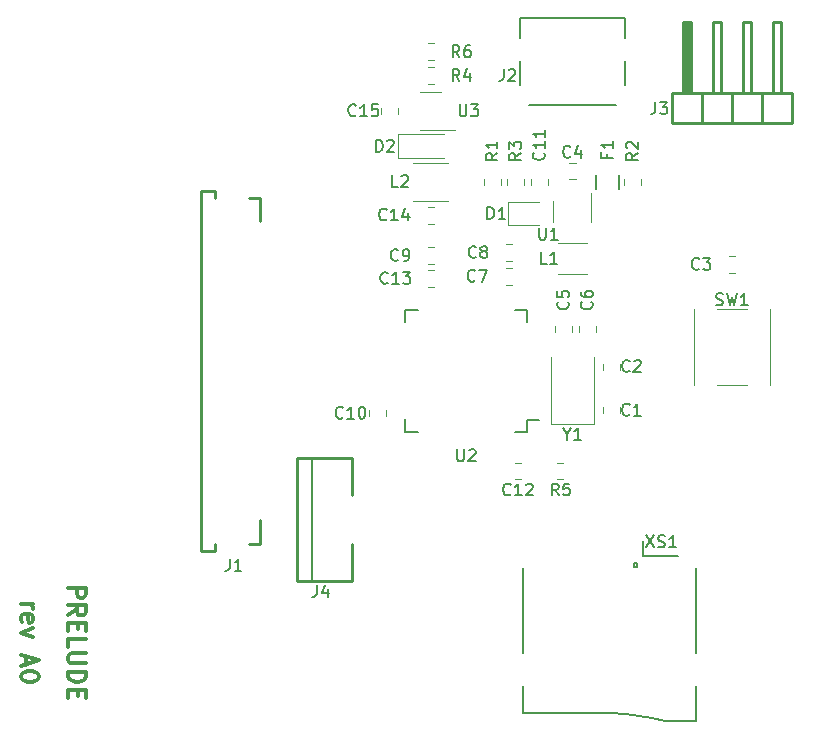
<source format=gto>
G04 #@! TF.GenerationSoftware,KiCad,Pcbnew,(5.1.0)-1*
G04 #@! TF.CreationDate,2019-04-09T08:08:05-05:00*
G04 #@! TF.ProjectId,prelude,7072656c-7564-4652-9e6b-696361645f70,rev?*
G04 #@! TF.SameCoordinates,Original*
G04 #@! TF.FileFunction,Legend,Top*
G04 #@! TF.FilePolarity,Positive*
%FSLAX46Y46*%
G04 Gerber Fmt 4.6, Leading zero omitted, Abs format (unit mm)*
G04 Created by KiCad (PCBNEW (5.1.0)-1) date 2019-04-09 08:08:05*
%MOMM*%
%LPD*%
G04 APERTURE LIST*
%ADD10C,0.300000*%
%ADD11C,0.150000*%
%ADD12C,0.120000*%
%ADD13C,0.254000*%
G04 APERTURE END LIST*
D10*
X128321428Y-89750000D02*
X129321428Y-89750000D01*
X129035714Y-89750000D02*
X129178571Y-89821428D01*
X129250000Y-89892857D01*
X129321428Y-90035714D01*
X129321428Y-90178571D01*
X128392857Y-91250000D02*
X128321428Y-91107142D01*
X128321428Y-90821428D01*
X128392857Y-90678571D01*
X128535714Y-90607142D01*
X129107142Y-90607142D01*
X129250000Y-90678571D01*
X129321428Y-90821428D01*
X129321428Y-91107142D01*
X129250000Y-91250000D01*
X129107142Y-91321428D01*
X128964285Y-91321428D01*
X128821428Y-90607142D01*
X129321428Y-91821428D02*
X128321428Y-92178571D01*
X129321428Y-92535714D01*
X128750000Y-94178571D02*
X128750000Y-94892857D01*
X128321428Y-94035714D02*
X129821428Y-94535714D01*
X128321428Y-95035714D01*
X129821428Y-95821428D02*
X129821428Y-95964285D01*
X129750000Y-96107142D01*
X129678571Y-96178571D01*
X129535714Y-96250000D01*
X129250000Y-96321428D01*
X128892857Y-96321428D01*
X128607142Y-96250000D01*
X128464285Y-96178571D01*
X128392857Y-96107142D01*
X128321428Y-95964285D01*
X128321428Y-95821428D01*
X128392857Y-95678571D01*
X128464285Y-95607142D01*
X128607142Y-95535714D01*
X128892857Y-95464285D01*
X129250000Y-95464285D01*
X129535714Y-95535714D01*
X129678571Y-95607142D01*
X129750000Y-95678571D01*
X129821428Y-95821428D01*
X132321428Y-88357142D02*
X133821428Y-88357142D01*
X133821428Y-88928571D01*
X133750000Y-89071428D01*
X133678571Y-89142857D01*
X133535714Y-89214285D01*
X133321428Y-89214285D01*
X133178571Y-89142857D01*
X133107142Y-89071428D01*
X133035714Y-88928571D01*
X133035714Y-88357142D01*
X132321428Y-90714285D02*
X133035714Y-90214285D01*
X132321428Y-89857142D02*
X133821428Y-89857142D01*
X133821428Y-90428571D01*
X133750000Y-90571428D01*
X133678571Y-90642857D01*
X133535714Y-90714285D01*
X133321428Y-90714285D01*
X133178571Y-90642857D01*
X133107142Y-90571428D01*
X133035714Y-90428571D01*
X133035714Y-89857142D01*
X133107142Y-91357142D02*
X133107142Y-91857142D01*
X132321428Y-92071428D02*
X132321428Y-91357142D01*
X133821428Y-91357142D01*
X133821428Y-92071428D01*
X132321428Y-93428571D02*
X132321428Y-92714285D01*
X133821428Y-92714285D01*
X133821428Y-93928571D02*
X132607142Y-93928571D01*
X132464285Y-94000000D01*
X132392857Y-94071428D01*
X132321428Y-94214285D01*
X132321428Y-94500000D01*
X132392857Y-94642857D01*
X132464285Y-94714285D01*
X132607142Y-94785714D01*
X133821428Y-94785714D01*
X132321428Y-95500000D02*
X133821428Y-95500000D01*
X133821428Y-95857142D01*
X133750000Y-96071428D01*
X133607142Y-96214285D01*
X133464285Y-96285714D01*
X133178571Y-96357142D01*
X132964285Y-96357142D01*
X132678571Y-96285714D01*
X132535714Y-96214285D01*
X132392857Y-96071428D01*
X132321428Y-95857142D01*
X132321428Y-95500000D01*
X133107142Y-97000000D02*
X133107142Y-97500000D01*
X132321428Y-97714285D02*
X132321428Y-97000000D01*
X133821428Y-97000000D01*
X133821428Y-97714285D01*
D11*
X170800000Y-99000000D02*
X178150000Y-99000000D01*
X178150000Y-99000000D02*
X179500000Y-99050000D01*
X179500000Y-99050000D02*
X180650000Y-99200000D01*
X180650000Y-99200000D02*
X181750000Y-99400000D01*
X181750000Y-99400000D02*
X182800000Y-99700000D01*
X180950000Y-85700000D02*
X180950000Y-84400000D01*
X170800000Y-93900000D02*
X170800000Y-86700000D01*
X170800000Y-96700000D02*
X170800000Y-99000000D01*
X182800000Y-99700000D02*
X185500000Y-99700000D01*
X185500000Y-99700000D02*
X185500000Y-96700000D01*
X185500000Y-86700000D02*
X185500000Y-93900000D01*
X180500000Y-86300000D02*
X180200000Y-86300000D01*
X180200000Y-86300000D02*
X180200000Y-86600000D01*
X180200000Y-86600000D02*
X180500000Y-86600000D01*
X180500000Y-86600000D02*
X180500000Y-86300000D01*
X180950000Y-85700000D02*
X183950000Y-85700000D01*
D12*
X160200000Y-50000000D02*
X164100000Y-50000000D01*
X160200000Y-52000000D02*
X164100000Y-52000000D01*
X160200000Y-50000000D02*
X160200000Y-52000000D01*
D11*
X177025000Y-53400000D02*
X177025000Y-54600000D01*
X178975000Y-54600000D02*
X178975000Y-53400000D01*
D13*
X148565000Y-82650000D02*
X148565000Y-84650000D01*
X144715000Y-84650000D02*
X144715000Y-85250000D01*
X144715000Y-54750000D02*
X144715000Y-55350000D01*
X148565000Y-84650000D02*
X147615000Y-84650000D01*
X148565000Y-55350000D02*
X147615000Y-55350000D01*
X148565000Y-55350000D02*
X148565000Y-57350000D01*
X143565000Y-54750000D02*
X143565000Y-85250000D01*
X143565000Y-85250000D02*
X144715000Y-85250000D01*
X144715000Y-54750000D02*
X143565000Y-54750000D01*
X184370000Y-40460000D02*
X185010000Y-40460000D01*
X185010000Y-46460000D02*
X185010000Y-40460000D01*
X183420000Y-49000000D02*
X183420000Y-46460000D01*
X185960000Y-49000000D02*
X183420000Y-49000000D01*
X185960000Y-46460000D02*
X183420000Y-46460000D01*
X185960000Y-49000000D02*
X185960000Y-46460000D01*
X188500000Y-49000000D02*
X185960000Y-49000000D01*
X188500000Y-46460000D02*
X185960000Y-46460000D01*
X188500000Y-49000000D02*
X188500000Y-46460000D01*
X191040000Y-49000000D02*
X188500000Y-49000000D01*
X191040000Y-46460000D02*
X188500000Y-46460000D01*
X193580000Y-46460000D02*
X193580000Y-49000000D01*
X191040000Y-49000000D02*
X191040000Y-46460000D01*
X193580000Y-49000000D02*
X191040000Y-49000000D01*
X193580000Y-46460000D02*
X191040000Y-46460000D01*
X184370000Y-46460000D02*
X184370000Y-40460000D01*
X186910000Y-40460000D02*
X187550000Y-40460000D01*
X187550000Y-46460000D02*
X187550000Y-40460000D01*
X186910000Y-46460000D02*
X186910000Y-40460000D01*
X189450000Y-46460000D02*
X189450000Y-40460000D01*
X189450000Y-40460000D02*
X190090000Y-40460000D01*
X190090000Y-46460000D02*
X190090000Y-40460000D01*
X192630000Y-46460000D02*
X192630000Y-40460000D01*
X191990000Y-46460000D02*
X191990000Y-40460000D01*
X191990000Y-40460000D02*
X192630000Y-40460000D01*
X184580000Y-46460000D02*
X184580000Y-40460000D01*
X184790000Y-46460000D02*
X184790000Y-40460000D01*
X156300000Y-77400000D02*
X156300000Y-80550000D01*
X151650000Y-77400000D02*
X156300000Y-77400000D01*
X156300000Y-84650000D02*
X156300000Y-87800000D01*
X151650000Y-77400000D02*
X151650000Y-87800000D01*
D11*
X152950000Y-77400000D02*
X152950000Y-87800000D01*
D13*
X151650000Y-87800000D02*
X156300000Y-87800000D01*
D12*
X177590000Y-73608578D02*
X177590000Y-73091422D01*
X179010000Y-73608578D02*
X179010000Y-73091422D01*
X177590000Y-69391422D02*
X177590000Y-69908578D01*
X179010000Y-69391422D02*
X179010000Y-69908578D01*
X188241422Y-61710000D02*
X188758578Y-61710000D01*
X188241422Y-60290000D02*
X188758578Y-60290000D01*
X175258578Y-52390000D02*
X174741422Y-52390000D01*
X175258578Y-53810000D02*
X174741422Y-53810000D01*
X174960000Y-66241422D02*
X174960000Y-66758578D01*
X173540000Y-66241422D02*
X173540000Y-66758578D01*
X175540000Y-66241422D02*
X175540000Y-66758578D01*
X176960000Y-66241422D02*
X176960000Y-66758578D01*
X169341422Y-61290000D02*
X169858578Y-61290000D01*
X169341422Y-62710000D02*
X169858578Y-62710000D01*
X169341422Y-60710000D02*
X169858578Y-60710000D01*
X169341422Y-59290000D02*
X169858578Y-59290000D01*
X162741422Y-59540000D02*
X163258578Y-59540000D01*
X162741422Y-60960000D02*
X163258578Y-60960000D01*
X159210000Y-73858578D02*
X159210000Y-73341422D01*
X157790000Y-73858578D02*
X157790000Y-73341422D01*
X171490000Y-54258578D02*
X171490000Y-53741422D01*
X172910000Y-54258578D02*
X172910000Y-53741422D01*
X170141422Y-77790000D02*
X170658578Y-77790000D01*
X170141422Y-79210000D02*
X170658578Y-79210000D01*
X163258578Y-61490000D02*
X162741422Y-61490000D01*
X163258578Y-62910000D02*
X162741422Y-62910000D01*
X162741422Y-56130000D02*
X163258578Y-56130000D01*
X162741422Y-57550000D02*
X163258578Y-57550000D01*
X158790000Y-47741422D02*
X158790000Y-48258578D01*
X160210000Y-47741422D02*
X160210000Y-48258578D01*
X172200000Y-55740000D02*
X169515000Y-55740000D01*
X169515000Y-55740000D02*
X169515000Y-57660000D01*
X169515000Y-57660000D02*
X172200000Y-57660000D01*
D11*
X179470000Y-40170000D02*
X170530000Y-40170000D01*
X179470000Y-45830000D02*
X179470000Y-43750000D01*
X178720000Y-47520000D02*
X171280000Y-47520000D01*
X179470000Y-41790000D02*
X179470000Y-40170000D01*
X170530000Y-45830000D02*
X170530000Y-43750000D01*
X170530000Y-41790000D02*
X170530000Y-40170000D01*
D12*
X176200000Y-61800000D02*
X173800000Y-61800000D01*
X176200000Y-59200000D02*
X173800000Y-59200000D01*
X161500000Y-52400000D02*
X164500000Y-52400000D01*
X161500000Y-55600000D02*
X164500000Y-55600000D01*
X168910000Y-53741422D02*
X168910000Y-54258578D01*
X167490000Y-53741422D02*
X167490000Y-54258578D01*
X180810000Y-53741422D02*
X180810000Y-54258578D01*
X179390000Y-53741422D02*
X179390000Y-54258578D01*
X169490000Y-54258578D02*
X169490000Y-53741422D01*
X170910000Y-54258578D02*
X170910000Y-53741422D01*
X162741422Y-45710000D02*
X163258578Y-45710000D01*
X162741422Y-44290000D02*
X163258578Y-44290000D01*
X174228578Y-77790000D02*
X173711422Y-77790000D01*
X174228578Y-79210000D02*
X173711422Y-79210000D01*
X162741422Y-42290000D02*
X163258578Y-42290000D01*
X162741422Y-43710000D02*
X163258578Y-43710000D01*
X191730000Y-71230000D02*
X191700000Y-71230000D01*
X185270000Y-71230000D02*
X185300000Y-71230000D01*
X185270000Y-64770000D02*
X185300000Y-64770000D01*
X191700000Y-64770000D02*
X191730000Y-64770000D01*
X189800000Y-71230000D02*
X187200000Y-71230000D01*
X191730000Y-64770000D02*
X191730000Y-71230000D01*
X189800000Y-64770000D02*
X187200000Y-64770000D01*
X185270000Y-64770000D02*
X185270000Y-71230000D01*
X173390000Y-55600000D02*
X173390000Y-57400000D01*
X176610000Y-57400000D02*
X176610000Y-54950000D01*
D11*
X171175000Y-75175000D02*
X171175000Y-74175000D01*
X160825000Y-75175000D02*
X160825000Y-74100000D01*
X160825000Y-64825000D02*
X160825000Y-65900000D01*
X171175000Y-64825000D02*
X171175000Y-65900000D01*
X171175000Y-75175000D02*
X170100000Y-75175000D01*
X171175000Y-64825000D02*
X170100000Y-64825000D01*
X160825000Y-64825000D02*
X161900000Y-64825000D01*
X160825000Y-75175000D02*
X161900000Y-75175000D01*
X171175000Y-74175000D02*
X172200000Y-74175000D01*
D12*
X163900000Y-46390000D02*
X162100000Y-46390000D01*
X162100000Y-49610000D02*
X165050000Y-49610000D01*
X173200000Y-68800000D02*
X173200000Y-74550000D01*
X173200000Y-74550000D02*
X176800000Y-74550000D01*
X176800000Y-74550000D02*
X176800000Y-68800000D01*
D11*
X181254285Y-83952380D02*
X181920952Y-84952380D01*
X181920952Y-83952380D02*
X181254285Y-84952380D01*
X182254285Y-84904761D02*
X182397142Y-84952380D01*
X182635238Y-84952380D01*
X182730476Y-84904761D01*
X182778095Y-84857142D01*
X182825714Y-84761904D01*
X182825714Y-84666666D01*
X182778095Y-84571428D01*
X182730476Y-84523809D01*
X182635238Y-84476190D01*
X182444761Y-84428571D01*
X182349523Y-84380952D01*
X182301904Y-84333333D01*
X182254285Y-84238095D01*
X182254285Y-84142857D01*
X182301904Y-84047619D01*
X182349523Y-84000000D01*
X182444761Y-83952380D01*
X182682857Y-83952380D01*
X182825714Y-84000000D01*
X183778095Y-84952380D02*
X183206666Y-84952380D01*
X183492380Y-84952380D02*
X183492380Y-83952380D01*
X183397142Y-84095238D01*
X183301904Y-84190476D01*
X183206666Y-84238095D01*
X158361904Y-51452380D02*
X158361904Y-50452380D01*
X158600000Y-50452380D01*
X158742857Y-50500000D01*
X158838095Y-50595238D01*
X158885714Y-50690476D01*
X158933333Y-50880952D01*
X158933333Y-51023809D01*
X158885714Y-51214285D01*
X158838095Y-51309523D01*
X158742857Y-51404761D01*
X158600000Y-51452380D01*
X158361904Y-51452380D01*
X159314285Y-50547619D02*
X159361904Y-50500000D01*
X159457142Y-50452380D01*
X159695238Y-50452380D01*
X159790476Y-50500000D01*
X159838095Y-50547619D01*
X159885714Y-50642857D01*
X159885714Y-50738095D01*
X159838095Y-50880952D01*
X159266666Y-51452380D01*
X159885714Y-51452380D01*
X177928571Y-51633333D02*
X177928571Y-51966666D01*
X178452380Y-51966666D02*
X177452380Y-51966666D01*
X177452380Y-51490476D01*
X178452380Y-50585714D02*
X178452380Y-51157142D01*
X178452380Y-50871428D02*
X177452380Y-50871428D01*
X177595238Y-50966666D01*
X177690476Y-51061904D01*
X177738095Y-51157142D01*
X145966666Y-85952380D02*
X145966666Y-86666666D01*
X145919047Y-86809523D01*
X145823809Y-86904761D01*
X145680952Y-86952380D01*
X145585714Y-86952380D01*
X146966666Y-86952380D02*
X146395238Y-86952380D01*
X146680952Y-86952380D02*
X146680952Y-85952380D01*
X146585714Y-86095238D01*
X146490476Y-86190476D01*
X146395238Y-86238095D01*
X182016666Y-47252380D02*
X182016666Y-47966666D01*
X181969047Y-48109523D01*
X181873809Y-48204761D01*
X181730952Y-48252380D01*
X181635714Y-48252380D01*
X182397619Y-47252380D02*
X183016666Y-47252380D01*
X182683333Y-47633333D01*
X182826190Y-47633333D01*
X182921428Y-47680952D01*
X182969047Y-47728571D01*
X183016666Y-47823809D01*
X183016666Y-48061904D01*
X182969047Y-48157142D01*
X182921428Y-48204761D01*
X182826190Y-48252380D01*
X182540476Y-48252380D01*
X182445238Y-48204761D01*
X182397619Y-48157142D01*
X153366666Y-88152380D02*
X153366666Y-88866666D01*
X153319047Y-89009523D01*
X153223809Y-89104761D01*
X153080952Y-89152380D01*
X152985714Y-89152380D01*
X154271428Y-88485714D02*
X154271428Y-89152380D01*
X154033333Y-88104761D02*
X153795238Y-88819047D01*
X154414285Y-88819047D01*
X179833333Y-73707142D02*
X179785714Y-73754761D01*
X179642857Y-73802380D01*
X179547619Y-73802380D01*
X179404761Y-73754761D01*
X179309523Y-73659523D01*
X179261904Y-73564285D01*
X179214285Y-73373809D01*
X179214285Y-73230952D01*
X179261904Y-73040476D01*
X179309523Y-72945238D01*
X179404761Y-72850000D01*
X179547619Y-72802380D01*
X179642857Y-72802380D01*
X179785714Y-72850000D01*
X179833333Y-72897619D01*
X180785714Y-73802380D02*
X180214285Y-73802380D01*
X180500000Y-73802380D02*
X180500000Y-72802380D01*
X180404761Y-72945238D01*
X180309523Y-73040476D01*
X180214285Y-73088095D01*
X179833333Y-69997142D02*
X179785714Y-70044761D01*
X179642857Y-70092380D01*
X179547619Y-70092380D01*
X179404761Y-70044761D01*
X179309523Y-69949523D01*
X179261904Y-69854285D01*
X179214285Y-69663809D01*
X179214285Y-69520952D01*
X179261904Y-69330476D01*
X179309523Y-69235238D01*
X179404761Y-69140000D01*
X179547619Y-69092380D01*
X179642857Y-69092380D01*
X179785714Y-69140000D01*
X179833333Y-69187619D01*
X180214285Y-69187619D02*
X180261904Y-69140000D01*
X180357142Y-69092380D01*
X180595238Y-69092380D01*
X180690476Y-69140000D01*
X180738095Y-69187619D01*
X180785714Y-69282857D01*
X180785714Y-69378095D01*
X180738095Y-69520952D01*
X180166666Y-70092380D01*
X180785714Y-70092380D01*
X185733333Y-61357142D02*
X185685714Y-61404761D01*
X185542857Y-61452380D01*
X185447619Y-61452380D01*
X185304761Y-61404761D01*
X185209523Y-61309523D01*
X185161904Y-61214285D01*
X185114285Y-61023809D01*
X185114285Y-60880952D01*
X185161904Y-60690476D01*
X185209523Y-60595238D01*
X185304761Y-60500000D01*
X185447619Y-60452380D01*
X185542857Y-60452380D01*
X185685714Y-60500000D01*
X185733333Y-60547619D01*
X186066666Y-60452380D02*
X186685714Y-60452380D01*
X186352380Y-60833333D01*
X186495238Y-60833333D01*
X186590476Y-60880952D01*
X186638095Y-60928571D01*
X186685714Y-61023809D01*
X186685714Y-61261904D01*
X186638095Y-61357142D01*
X186590476Y-61404761D01*
X186495238Y-61452380D01*
X186209523Y-61452380D01*
X186114285Y-61404761D01*
X186066666Y-61357142D01*
X174833333Y-51857142D02*
X174785714Y-51904761D01*
X174642857Y-51952380D01*
X174547619Y-51952380D01*
X174404761Y-51904761D01*
X174309523Y-51809523D01*
X174261904Y-51714285D01*
X174214285Y-51523809D01*
X174214285Y-51380952D01*
X174261904Y-51190476D01*
X174309523Y-51095238D01*
X174404761Y-51000000D01*
X174547619Y-50952380D01*
X174642857Y-50952380D01*
X174785714Y-51000000D01*
X174833333Y-51047619D01*
X175690476Y-51285714D02*
X175690476Y-51952380D01*
X175452380Y-50904761D02*
X175214285Y-51619047D01*
X175833333Y-51619047D01*
X174607142Y-64166666D02*
X174654761Y-64214285D01*
X174702380Y-64357142D01*
X174702380Y-64452380D01*
X174654761Y-64595238D01*
X174559523Y-64690476D01*
X174464285Y-64738095D01*
X174273809Y-64785714D01*
X174130952Y-64785714D01*
X173940476Y-64738095D01*
X173845238Y-64690476D01*
X173750000Y-64595238D01*
X173702380Y-64452380D01*
X173702380Y-64357142D01*
X173750000Y-64214285D01*
X173797619Y-64166666D01*
X173702380Y-63261904D02*
X173702380Y-63738095D01*
X174178571Y-63785714D01*
X174130952Y-63738095D01*
X174083333Y-63642857D01*
X174083333Y-63404761D01*
X174130952Y-63309523D01*
X174178571Y-63261904D01*
X174273809Y-63214285D01*
X174511904Y-63214285D01*
X174607142Y-63261904D01*
X174654761Y-63309523D01*
X174702380Y-63404761D01*
X174702380Y-63642857D01*
X174654761Y-63738095D01*
X174607142Y-63785714D01*
X176607142Y-64166666D02*
X176654761Y-64214285D01*
X176702380Y-64357142D01*
X176702380Y-64452380D01*
X176654761Y-64595238D01*
X176559523Y-64690476D01*
X176464285Y-64738095D01*
X176273809Y-64785714D01*
X176130952Y-64785714D01*
X175940476Y-64738095D01*
X175845238Y-64690476D01*
X175750000Y-64595238D01*
X175702380Y-64452380D01*
X175702380Y-64357142D01*
X175750000Y-64214285D01*
X175797619Y-64166666D01*
X175702380Y-63309523D02*
X175702380Y-63500000D01*
X175750000Y-63595238D01*
X175797619Y-63642857D01*
X175940476Y-63738095D01*
X176130952Y-63785714D01*
X176511904Y-63785714D01*
X176607142Y-63738095D01*
X176654761Y-63690476D01*
X176702380Y-63595238D01*
X176702380Y-63404761D01*
X176654761Y-63309523D01*
X176607142Y-63261904D01*
X176511904Y-63214285D01*
X176273809Y-63214285D01*
X176178571Y-63261904D01*
X176130952Y-63309523D01*
X176083333Y-63404761D01*
X176083333Y-63595238D01*
X176130952Y-63690476D01*
X176178571Y-63738095D01*
X176273809Y-63785714D01*
X166733333Y-62357142D02*
X166685714Y-62404761D01*
X166542857Y-62452380D01*
X166447619Y-62452380D01*
X166304761Y-62404761D01*
X166209523Y-62309523D01*
X166161904Y-62214285D01*
X166114285Y-62023809D01*
X166114285Y-61880952D01*
X166161904Y-61690476D01*
X166209523Y-61595238D01*
X166304761Y-61500000D01*
X166447619Y-61452380D01*
X166542857Y-61452380D01*
X166685714Y-61500000D01*
X166733333Y-61547619D01*
X167066666Y-61452380D02*
X167733333Y-61452380D01*
X167304761Y-62452380D01*
X166833333Y-60357142D02*
X166785714Y-60404761D01*
X166642857Y-60452380D01*
X166547619Y-60452380D01*
X166404761Y-60404761D01*
X166309523Y-60309523D01*
X166261904Y-60214285D01*
X166214285Y-60023809D01*
X166214285Y-59880952D01*
X166261904Y-59690476D01*
X166309523Y-59595238D01*
X166404761Y-59500000D01*
X166547619Y-59452380D01*
X166642857Y-59452380D01*
X166785714Y-59500000D01*
X166833333Y-59547619D01*
X167404761Y-59880952D02*
X167309523Y-59833333D01*
X167261904Y-59785714D01*
X167214285Y-59690476D01*
X167214285Y-59642857D01*
X167261904Y-59547619D01*
X167309523Y-59500000D01*
X167404761Y-59452380D01*
X167595238Y-59452380D01*
X167690476Y-59500000D01*
X167738095Y-59547619D01*
X167785714Y-59642857D01*
X167785714Y-59690476D01*
X167738095Y-59785714D01*
X167690476Y-59833333D01*
X167595238Y-59880952D01*
X167404761Y-59880952D01*
X167309523Y-59928571D01*
X167261904Y-59976190D01*
X167214285Y-60071428D01*
X167214285Y-60261904D01*
X167261904Y-60357142D01*
X167309523Y-60404761D01*
X167404761Y-60452380D01*
X167595238Y-60452380D01*
X167690476Y-60404761D01*
X167738095Y-60357142D01*
X167785714Y-60261904D01*
X167785714Y-60071428D01*
X167738095Y-59976190D01*
X167690476Y-59928571D01*
X167595238Y-59880952D01*
X160233333Y-60597142D02*
X160185714Y-60644761D01*
X160042857Y-60692380D01*
X159947619Y-60692380D01*
X159804761Y-60644761D01*
X159709523Y-60549523D01*
X159661904Y-60454285D01*
X159614285Y-60263809D01*
X159614285Y-60120952D01*
X159661904Y-59930476D01*
X159709523Y-59835238D01*
X159804761Y-59740000D01*
X159947619Y-59692380D01*
X160042857Y-59692380D01*
X160185714Y-59740000D01*
X160233333Y-59787619D01*
X160709523Y-60692380D02*
X160900000Y-60692380D01*
X160995238Y-60644761D01*
X161042857Y-60597142D01*
X161138095Y-60454285D01*
X161185714Y-60263809D01*
X161185714Y-59882857D01*
X161138095Y-59787619D01*
X161090476Y-59740000D01*
X160995238Y-59692380D01*
X160804761Y-59692380D01*
X160709523Y-59740000D01*
X160661904Y-59787619D01*
X160614285Y-59882857D01*
X160614285Y-60120952D01*
X160661904Y-60216190D01*
X160709523Y-60263809D01*
X160804761Y-60311428D01*
X160995238Y-60311428D01*
X161090476Y-60263809D01*
X161138095Y-60216190D01*
X161185714Y-60120952D01*
X155557142Y-73957142D02*
X155509523Y-74004761D01*
X155366666Y-74052380D01*
X155271428Y-74052380D01*
X155128571Y-74004761D01*
X155033333Y-73909523D01*
X154985714Y-73814285D01*
X154938095Y-73623809D01*
X154938095Y-73480952D01*
X154985714Y-73290476D01*
X155033333Y-73195238D01*
X155128571Y-73100000D01*
X155271428Y-73052380D01*
X155366666Y-73052380D01*
X155509523Y-73100000D01*
X155557142Y-73147619D01*
X156509523Y-74052380D02*
X155938095Y-74052380D01*
X156223809Y-74052380D02*
X156223809Y-73052380D01*
X156128571Y-73195238D01*
X156033333Y-73290476D01*
X155938095Y-73338095D01*
X157128571Y-73052380D02*
X157223809Y-73052380D01*
X157319047Y-73100000D01*
X157366666Y-73147619D01*
X157414285Y-73242857D01*
X157461904Y-73433333D01*
X157461904Y-73671428D01*
X157414285Y-73861904D01*
X157366666Y-73957142D01*
X157319047Y-74004761D01*
X157223809Y-74052380D01*
X157128571Y-74052380D01*
X157033333Y-74004761D01*
X156985714Y-73957142D01*
X156938095Y-73861904D01*
X156890476Y-73671428D01*
X156890476Y-73433333D01*
X156938095Y-73242857D01*
X156985714Y-73147619D01*
X157033333Y-73100000D01*
X157128571Y-73052380D01*
X172557142Y-51542857D02*
X172604761Y-51590476D01*
X172652380Y-51733333D01*
X172652380Y-51828571D01*
X172604761Y-51971428D01*
X172509523Y-52066666D01*
X172414285Y-52114285D01*
X172223809Y-52161904D01*
X172080952Y-52161904D01*
X171890476Y-52114285D01*
X171795238Y-52066666D01*
X171700000Y-51971428D01*
X171652380Y-51828571D01*
X171652380Y-51733333D01*
X171700000Y-51590476D01*
X171747619Y-51542857D01*
X172652380Y-50590476D02*
X172652380Y-51161904D01*
X172652380Y-50876190D02*
X171652380Y-50876190D01*
X171795238Y-50971428D01*
X171890476Y-51066666D01*
X171938095Y-51161904D01*
X172652380Y-49638095D02*
X172652380Y-50209523D01*
X172652380Y-49923809D02*
X171652380Y-49923809D01*
X171795238Y-50019047D01*
X171890476Y-50114285D01*
X171938095Y-50209523D01*
X169757142Y-80457142D02*
X169709523Y-80504761D01*
X169566666Y-80552380D01*
X169471428Y-80552380D01*
X169328571Y-80504761D01*
X169233333Y-80409523D01*
X169185714Y-80314285D01*
X169138095Y-80123809D01*
X169138095Y-79980952D01*
X169185714Y-79790476D01*
X169233333Y-79695238D01*
X169328571Y-79600000D01*
X169471428Y-79552380D01*
X169566666Y-79552380D01*
X169709523Y-79600000D01*
X169757142Y-79647619D01*
X170709523Y-80552380D02*
X170138095Y-80552380D01*
X170423809Y-80552380D02*
X170423809Y-79552380D01*
X170328571Y-79695238D01*
X170233333Y-79790476D01*
X170138095Y-79838095D01*
X171090476Y-79647619D02*
X171138095Y-79600000D01*
X171233333Y-79552380D01*
X171471428Y-79552380D01*
X171566666Y-79600000D01*
X171614285Y-79647619D01*
X171661904Y-79742857D01*
X171661904Y-79838095D01*
X171614285Y-79980952D01*
X171042857Y-80552380D01*
X171661904Y-80552380D01*
X159357142Y-62547142D02*
X159309523Y-62594761D01*
X159166666Y-62642380D01*
X159071428Y-62642380D01*
X158928571Y-62594761D01*
X158833333Y-62499523D01*
X158785714Y-62404285D01*
X158738095Y-62213809D01*
X158738095Y-62070952D01*
X158785714Y-61880476D01*
X158833333Y-61785238D01*
X158928571Y-61690000D01*
X159071428Y-61642380D01*
X159166666Y-61642380D01*
X159309523Y-61690000D01*
X159357142Y-61737619D01*
X160309523Y-62642380D02*
X159738095Y-62642380D01*
X160023809Y-62642380D02*
X160023809Y-61642380D01*
X159928571Y-61785238D01*
X159833333Y-61880476D01*
X159738095Y-61928095D01*
X160642857Y-61642380D02*
X161261904Y-61642380D01*
X160928571Y-62023333D01*
X161071428Y-62023333D01*
X161166666Y-62070952D01*
X161214285Y-62118571D01*
X161261904Y-62213809D01*
X161261904Y-62451904D01*
X161214285Y-62547142D01*
X161166666Y-62594761D01*
X161071428Y-62642380D01*
X160785714Y-62642380D01*
X160690476Y-62594761D01*
X160642857Y-62547142D01*
X159257142Y-57187142D02*
X159209523Y-57234761D01*
X159066666Y-57282380D01*
X158971428Y-57282380D01*
X158828571Y-57234761D01*
X158733333Y-57139523D01*
X158685714Y-57044285D01*
X158638095Y-56853809D01*
X158638095Y-56710952D01*
X158685714Y-56520476D01*
X158733333Y-56425238D01*
X158828571Y-56330000D01*
X158971428Y-56282380D01*
X159066666Y-56282380D01*
X159209523Y-56330000D01*
X159257142Y-56377619D01*
X160209523Y-57282380D02*
X159638095Y-57282380D01*
X159923809Y-57282380D02*
X159923809Y-56282380D01*
X159828571Y-56425238D01*
X159733333Y-56520476D01*
X159638095Y-56568095D01*
X161066666Y-56615714D02*
X161066666Y-57282380D01*
X160828571Y-56234761D02*
X160590476Y-56949047D01*
X161209523Y-56949047D01*
X156657142Y-48357142D02*
X156609523Y-48404761D01*
X156466666Y-48452380D01*
X156371428Y-48452380D01*
X156228571Y-48404761D01*
X156133333Y-48309523D01*
X156085714Y-48214285D01*
X156038095Y-48023809D01*
X156038095Y-47880952D01*
X156085714Y-47690476D01*
X156133333Y-47595238D01*
X156228571Y-47500000D01*
X156371428Y-47452380D01*
X156466666Y-47452380D01*
X156609523Y-47500000D01*
X156657142Y-47547619D01*
X157609523Y-48452380D02*
X157038095Y-48452380D01*
X157323809Y-48452380D02*
X157323809Y-47452380D01*
X157228571Y-47595238D01*
X157133333Y-47690476D01*
X157038095Y-47738095D01*
X158514285Y-47452380D02*
X158038095Y-47452380D01*
X157990476Y-47928571D01*
X158038095Y-47880952D01*
X158133333Y-47833333D01*
X158371428Y-47833333D01*
X158466666Y-47880952D01*
X158514285Y-47928571D01*
X158561904Y-48023809D01*
X158561904Y-48261904D01*
X158514285Y-48357142D01*
X158466666Y-48404761D01*
X158371428Y-48452380D01*
X158133333Y-48452380D01*
X158038095Y-48404761D01*
X157990476Y-48357142D01*
X167791904Y-57152380D02*
X167791904Y-56152380D01*
X168030000Y-56152380D01*
X168172857Y-56200000D01*
X168268095Y-56295238D01*
X168315714Y-56390476D01*
X168363333Y-56580952D01*
X168363333Y-56723809D01*
X168315714Y-56914285D01*
X168268095Y-57009523D01*
X168172857Y-57104761D01*
X168030000Y-57152380D01*
X167791904Y-57152380D01*
X169315714Y-57152380D02*
X168744285Y-57152380D01*
X169030000Y-57152380D02*
X169030000Y-56152380D01*
X168934761Y-56295238D01*
X168839523Y-56390476D01*
X168744285Y-56438095D01*
X169166666Y-44452380D02*
X169166666Y-45166666D01*
X169119047Y-45309523D01*
X169023809Y-45404761D01*
X168880952Y-45452380D01*
X168785714Y-45452380D01*
X169595238Y-44547619D02*
X169642857Y-44500000D01*
X169738095Y-44452380D01*
X169976190Y-44452380D01*
X170071428Y-44500000D01*
X170119047Y-44547619D01*
X170166666Y-44642857D01*
X170166666Y-44738095D01*
X170119047Y-44880952D01*
X169547619Y-45452380D01*
X170166666Y-45452380D01*
X172833333Y-60952380D02*
X172357142Y-60952380D01*
X172357142Y-59952380D01*
X173690476Y-60952380D02*
X173119047Y-60952380D01*
X173404761Y-60952380D02*
X173404761Y-59952380D01*
X173309523Y-60095238D01*
X173214285Y-60190476D01*
X173119047Y-60238095D01*
X160233333Y-54452380D02*
X159757142Y-54452380D01*
X159757142Y-53452380D01*
X160519047Y-53547619D02*
X160566666Y-53500000D01*
X160661904Y-53452380D01*
X160900000Y-53452380D01*
X160995238Y-53500000D01*
X161042857Y-53547619D01*
X161090476Y-53642857D01*
X161090476Y-53738095D01*
X161042857Y-53880952D01*
X160471428Y-54452380D01*
X161090476Y-54452380D01*
X168652380Y-51566666D02*
X168176190Y-51900000D01*
X168652380Y-52138095D02*
X167652380Y-52138095D01*
X167652380Y-51757142D01*
X167700000Y-51661904D01*
X167747619Y-51614285D01*
X167842857Y-51566666D01*
X167985714Y-51566666D01*
X168080952Y-51614285D01*
X168128571Y-51661904D01*
X168176190Y-51757142D01*
X168176190Y-52138095D01*
X168652380Y-50614285D02*
X168652380Y-51185714D01*
X168652380Y-50900000D02*
X167652380Y-50900000D01*
X167795238Y-50995238D01*
X167890476Y-51090476D01*
X167938095Y-51185714D01*
X180552380Y-51566666D02*
X180076190Y-51900000D01*
X180552380Y-52138095D02*
X179552380Y-52138095D01*
X179552380Y-51757142D01*
X179600000Y-51661904D01*
X179647619Y-51614285D01*
X179742857Y-51566666D01*
X179885714Y-51566666D01*
X179980952Y-51614285D01*
X180028571Y-51661904D01*
X180076190Y-51757142D01*
X180076190Y-52138095D01*
X179647619Y-51185714D02*
X179600000Y-51138095D01*
X179552380Y-51042857D01*
X179552380Y-50804761D01*
X179600000Y-50709523D01*
X179647619Y-50661904D01*
X179742857Y-50614285D01*
X179838095Y-50614285D01*
X179980952Y-50661904D01*
X180552380Y-51233333D01*
X180552380Y-50614285D01*
X170652380Y-51566666D02*
X170176190Y-51900000D01*
X170652380Y-52138095D02*
X169652380Y-52138095D01*
X169652380Y-51757142D01*
X169700000Y-51661904D01*
X169747619Y-51614285D01*
X169842857Y-51566666D01*
X169985714Y-51566666D01*
X170080952Y-51614285D01*
X170128571Y-51661904D01*
X170176190Y-51757142D01*
X170176190Y-52138095D01*
X169652380Y-51233333D02*
X169652380Y-50614285D01*
X170033333Y-50947619D01*
X170033333Y-50804761D01*
X170080952Y-50709523D01*
X170128571Y-50661904D01*
X170223809Y-50614285D01*
X170461904Y-50614285D01*
X170557142Y-50661904D01*
X170604761Y-50709523D01*
X170652380Y-50804761D01*
X170652380Y-51090476D01*
X170604761Y-51185714D01*
X170557142Y-51233333D01*
X165433333Y-45452380D02*
X165100000Y-44976190D01*
X164861904Y-45452380D02*
X164861904Y-44452380D01*
X165242857Y-44452380D01*
X165338095Y-44500000D01*
X165385714Y-44547619D01*
X165433333Y-44642857D01*
X165433333Y-44785714D01*
X165385714Y-44880952D01*
X165338095Y-44928571D01*
X165242857Y-44976190D01*
X164861904Y-44976190D01*
X166290476Y-44785714D02*
X166290476Y-45452380D01*
X166052380Y-44404761D02*
X165814285Y-45119047D01*
X166433333Y-45119047D01*
X173833333Y-80552380D02*
X173500000Y-80076190D01*
X173261904Y-80552380D02*
X173261904Y-79552380D01*
X173642857Y-79552380D01*
X173738095Y-79600000D01*
X173785714Y-79647619D01*
X173833333Y-79742857D01*
X173833333Y-79885714D01*
X173785714Y-79980952D01*
X173738095Y-80028571D01*
X173642857Y-80076190D01*
X173261904Y-80076190D01*
X174738095Y-79552380D02*
X174261904Y-79552380D01*
X174214285Y-80028571D01*
X174261904Y-79980952D01*
X174357142Y-79933333D01*
X174595238Y-79933333D01*
X174690476Y-79980952D01*
X174738095Y-80028571D01*
X174785714Y-80123809D01*
X174785714Y-80361904D01*
X174738095Y-80457142D01*
X174690476Y-80504761D01*
X174595238Y-80552380D01*
X174357142Y-80552380D01*
X174261904Y-80504761D01*
X174214285Y-80457142D01*
X165433333Y-43452380D02*
X165100000Y-42976190D01*
X164861904Y-43452380D02*
X164861904Y-42452380D01*
X165242857Y-42452380D01*
X165338095Y-42500000D01*
X165385714Y-42547619D01*
X165433333Y-42642857D01*
X165433333Y-42785714D01*
X165385714Y-42880952D01*
X165338095Y-42928571D01*
X165242857Y-42976190D01*
X164861904Y-42976190D01*
X166290476Y-42452380D02*
X166100000Y-42452380D01*
X166004761Y-42500000D01*
X165957142Y-42547619D01*
X165861904Y-42690476D01*
X165814285Y-42880952D01*
X165814285Y-43261904D01*
X165861904Y-43357142D01*
X165909523Y-43404761D01*
X166004761Y-43452380D01*
X166195238Y-43452380D01*
X166290476Y-43404761D01*
X166338095Y-43357142D01*
X166385714Y-43261904D01*
X166385714Y-43023809D01*
X166338095Y-42928571D01*
X166290476Y-42880952D01*
X166195238Y-42833333D01*
X166004761Y-42833333D01*
X165909523Y-42880952D01*
X165861904Y-42928571D01*
X165814285Y-43023809D01*
X187166666Y-64404761D02*
X187309523Y-64452380D01*
X187547619Y-64452380D01*
X187642857Y-64404761D01*
X187690476Y-64357142D01*
X187738095Y-64261904D01*
X187738095Y-64166666D01*
X187690476Y-64071428D01*
X187642857Y-64023809D01*
X187547619Y-63976190D01*
X187357142Y-63928571D01*
X187261904Y-63880952D01*
X187214285Y-63833333D01*
X187166666Y-63738095D01*
X187166666Y-63642857D01*
X187214285Y-63547619D01*
X187261904Y-63500000D01*
X187357142Y-63452380D01*
X187595238Y-63452380D01*
X187738095Y-63500000D01*
X188071428Y-63452380D02*
X188309523Y-64452380D01*
X188500000Y-63738095D01*
X188690476Y-64452380D01*
X188928571Y-63452380D01*
X189833333Y-64452380D02*
X189261904Y-64452380D01*
X189547619Y-64452380D02*
X189547619Y-63452380D01*
X189452380Y-63595238D01*
X189357142Y-63690476D01*
X189261904Y-63738095D01*
X172188095Y-57892380D02*
X172188095Y-58701904D01*
X172235714Y-58797142D01*
X172283333Y-58844761D01*
X172378571Y-58892380D01*
X172569047Y-58892380D01*
X172664285Y-58844761D01*
X172711904Y-58797142D01*
X172759523Y-58701904D01*
X172759523Y-57892380D01*
X173759523Y-58892380D02*
X173188095Y-58892380D01*
X173473809Y-58892380D02*
X173473809Y-57892380D01*
X173378571Y-58035238D01*
X173283333Y-58130476D01*
X173188095Y-58178095D01*
X165238095Y-76652380D02*
X165238095Y-77461904D01*
X165285714Y-77557142D01*
X165333333Y-77604761D01*
X165428571Y-77652380D01*
X165619047Y-77652380D01*
X165714285Y-77604761D01*
X165761904Y-77557142D01*
X165809523Y-77461904D01*
X165809523Y-76652380D01*
X166238095Y-76747619D02*
X166285714Y-76700000D01*
X166380952Y-76652380D01*
X166619047Y-76652380D01*
X166714285Y-76700000D01*
X166761904Y-76747619D01*
X166809523Y-76842857D01*
X166809523Y-76938095D01*
X166761904Y-77080952D01*
X166190476Y-77652380D01*
X166809523Y-77652380D01*
X165438095Y-47452380D02*
X165438095Y-48261904D01*
X165485714Y-48357142D01*
X165533333Y-48404761D01*
X165628571Y-48452380D01*
X165819047Y-48452380D01*
X165914285Y-48404761D01*
X165961904Y-48357142D01*
X166009523Y-48261904D01*
X166009523Y-47452380D01*
X166390476Y-47452380D02*
X167009523Y-47452380D01*
X166676190Y-47833333D01*
X166819047Y-47833333D01*
X166914285Y-47880952D01*
X166961904Y-47928571D01*
X167009523Y-48023809D01*
X167009523Y-48261904D01*
X166961904Y-48357142D01*
X166914285Y-48404761D01*
X166819047Y-48452380D01*
X166533333Y-48452380D01*
X166438095Y-48404761D01*
X166390476Y-48357142D01*
X174523809Y-75376190D02*
X174523809Y-75852380D01*
X174190476Y-74852380D02*
X174523809Y-75376190D01*
X174857142Y-74852380D01*
X175714285Y-75852380D02*
X175142857Y-75852380D01*
X175428571Y-75852380D02*
X175428571Y-74852380D01*
X175333333Y-74995238D01*
X175238095Y-75090476D01*
X175142857Y-75138095D01*
M02*

</source>
